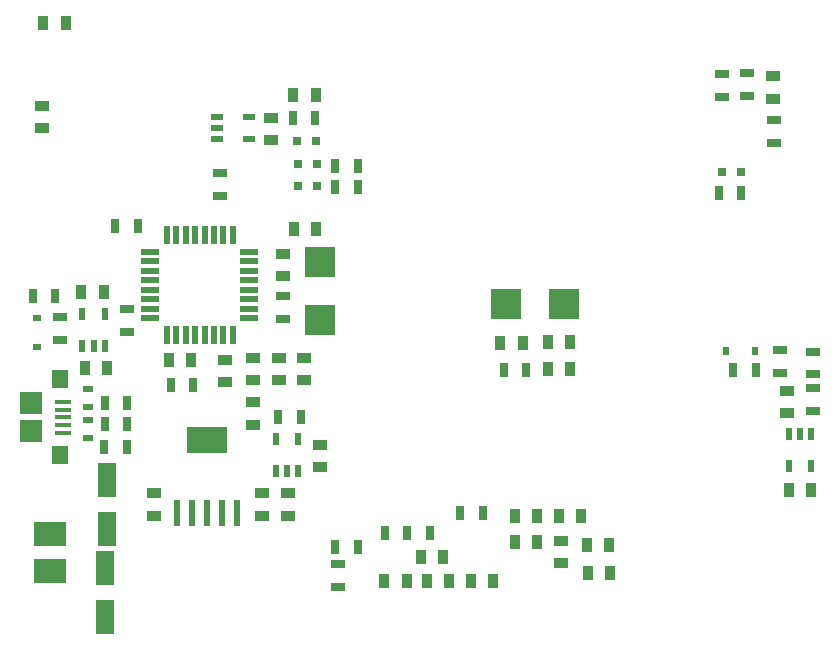
<source format=gtp>
G04*
G04 #@! TF.GenerationSoftware,Altium Limited,Altium Designer,20.0.13 (296)*
G04*
G04 Layer_Color=8421504*
%FSLAX44Y44*%
%MOMM*%
G71*
G01*
G75*
%ADD13R,1.6000X3.0000*%
%ADD14R,1.1000X0.6000*%
%ADD15R,0.6000X1.1000*%
%ADD16R,2.6000X2.5000*%
%ADD17R,2.5000X2.6000*%
%ADD18R,1.3500X0.4000*%
%ADD19R,1.4000X1.6000*%
%ADD20R,1.9000X1.9000*%
%ADD21R,2.7000X2.0000*%
%ADD22R,0.5500X1.5000*%
%ADD23R,1.5000X0.5500*%
%ADD24R,0.5588X0.6858*%
%ADD25R,0.6858X0.5588*%
%ADD26R,0.8000X0.8000*%
%ADD27R,1.3000X0.7000*%
%ADD28R,0.7000X1.3000*%
%ADD29R,0.9000X0.6000*%
%ADD30R,1.3000X0.9000*%
%ADD31R,0.9000X1.3000*%
%ADD32R,3.5000X2.2000*%
%ADD33R,0.6000X2.2000*%
D13*
X74000Y60000D02*
D03*
Y19000D02*
D03*
X75000Y134500D02*
D03*
Y93500D02*
D03*
D14*
X168500Y442500D02*
D03*
Y433000D02*
D03*
Y423500D02*
D03*
X195500Y442500D02*
D03*
Y423500D02*
D03*
D15*
X671500Y173500D02*
D03*
X662000D02*
D03*
X652500D02*
D03*
X671500Y146500D02*
D03*
X652500D02*
D03*
X218500Y142500D02*
D03*
X228000D02*
D03*
X237500D02*
D03*
X218500Y169500D02*
D03*
X237500D02*
D03*
X54500Y248500D02*
D03*
X64000D02*
D03*
X73500D02*
D03*
X54500Y275500D02*
D03*
X73500D02*
D03*
D16*
X256000Y319500D02*
D03*
Y270500D02*
D03*
D17*
X413500Y284000D02*
D03*
X462500D02*
D03*
D18*
X38000Y201000D02*
D03*
Y194500D02*
D03*
Y188000D02*
D03*
Y181500D02*
D03*
Y175000D02*
D03*
D19*
X35750Y220000D02*
D03*
Y156000D02*
D03*
D20*
X11250Y200000D02*
D03*
Y176000D02*
D03*
D21*
X27000Y89000D02*
D03*
Y58000D02*
D03*
D22*
X182000Y258000D02*
D03*
X174000D02*
D03*
X166000D02*
D03*
X158000D02*
D03*
X150000D02*
D03*
X142000D02*
D03*
X134000D02*
D03*
X126000D02*
D03*
Y342000D02*
D03*
X134000D02*
D03*
X142000D02*
D03*
X150000D02*
D03*
X158000D02*
D03*
X166000D02*
D03*
X174000D02*
D03*
X182000D02*
D03*
D23*
X112000Y272000D02*
D03*
Y280000D02*
D03*
Y288000D02*
D03*
Y296000D02*
D03*
Y304000D02*
D03*
Y312000D02*
D03*
Y320000D02*
D03*
Y328000D02*
D03*
X196000D02*
D03*
Y320000D02*
D03*
Y312000D02*
D03*
Y304000D02*
D03*
Y296000D02*
D03*
Y288000D02*
D03*
Y280000D02*
D03*
Y272000D02*
D03*
D24*
X599808Y244000D02*
D03*
X624192D02*
D03*
D25*
X16000Y272192D02*
D03*
Y247808D02*
D03*
D26*
X237000Y402000D02*
D03*
X253000D02*
D03*
X237000Y384000D02*
D03*
X253000D02*
D03*
X236000Y422000D02*
D03*
X252000D02*
D03*
X596000Y396000D02*
D03*
X612000D02*
D03*
D27*
X171000Y394500D02*
D03*
Y375500D02*
D03*
X92000Y260500D02*
D03*
Y279500D02*
D03*
X224000Y290500D02*
D03*
Y271500D02*
D03*
X617000Y479000D02*
D03*
Y460000D02*
D03*
X596000Y459500D02*
D03*
Y478500D02*
D03*
X640000Y439500D02*
D03*
Y420500D02*
D03*
X673000Y193500D02*
D03*
Y212500D02*
D03*
Y224500D02*
D03*
Y243500D02*
D03*
X271000Y63500D02*
D03*
Y44500D02*
D03*
X645000Y225500D02*
D03*
Y244500D02*
D03*
X36000Y272500D02*
D03*
Y253500D02*
D03*
D28*
X268500Y401000D02*
D03*
X287500D02*
D03*
Y383000D02*
D03*
X268500D02*
D03*
X129500Y215000D02*
D03*
X148500D02*
D03*
X101500Y350000D02*
D03*
X82500D02*
D03*
X73000Y163000D02*
D03*
X92000D02*
D03*
X73500Y200000D02*
D03*
X92500D02*
D03*
Y182000D02*
D03*
X73500D02*
D03*
X348500Y90000D02*
D03*
X329500D02*
D03*
X310500D02*
D03*
X329500D02*
D03*
X393500Y107000D02*
D03*
X374500D02*
D03*
X605500Y228000D02*
D03*
X624500D02*
D03*
X411500D02*
D03*
X430500D02*
D03*
X232500Y441000D02*
D03*
X251500D02*
D03*
X612500Y378000D02*
D03*
X593500D02*
D03*
X12500Y291000D02*
D03*
X31500D02*
D03*
X268500Y78000D02*
D03*
X287500D02*
D03*
X239500Y188000D02*
D03*
X220500D02*
D03*
D29*
X59000Y185500D02*
D03*
Y170500D02*
D03*
Y196500D02*
D03*
Y211500D02*
D03*
D30*
X221000Y219500D02*
D03*
Y238500D02*
D03*
X199000Y219500D02*
D03*
Y238500D02*
D03*
X224000Y307500D02*
D03*
Y326500D02*
D03*
X175000Y217500D02*
D03*
Y236500D02*
D03*
X20000Y451500D02*
D03*
Y432500D02*
D03*
X242000Y219500D02*
D03*
Y238500D02*
D03*
X639000Y476500D02*
D03*
Y457500D02*
D03*
X207000Y104500D02*
D03*
Y123500D02*
D03*
X115000Y104500D02*
D03*
Y123500D02*
D03*
X214000Y422500D02*
D03*
Y441500D02*
D03*
X256000Y145500D02*
D03*
Y164500D02*
D03*
X651000Y191500D02*
D03*
Y210500D02*
D03*
X229000Y104500D02*
D03*
Y123500D02*
D03*
X199000Y181500D02*
D03*
Y200500D02*
D03*
X460000Y64500D02*
D03*
Y83500D02*
D03*
D31*
X146500Y236000D02*
D03*
X127500D02*
D03*
X233500Y347000D02*
D03*
X252500D02*
D03*
X40500Y522000D02*
D03*
X21500D02*
D03*
X252000Y461000D02*
D03*
X233000D02*
D03*
X448500Y229000D02*
D03*
X467500D02*
D03*
X481500Y80000D02*
D03*
X500500D02*
D03*
X402500Y49000D02*
D03*
X383500D02*
D03*
X329000D02*
D03*
X310000D02*
D03*
X365000D02*
D03*
X346000D02*
D03*
X360000Y70000D02*
D03*
X341000D02*
D03*
X439500Y82000D02*
D03*
X420500D02*
D03*
X439500Y104000D02*
D03*
X420500D02*
D03*
X477000D02*
D03*
X458000D02*
D03*
X467500Y252000D02*
D03*
X448500D02*
D03*
X408500Y251000D02*
D03*
X427500D02*
D03*
X671500Y126000D02*
D03*
X652500D02*
D03*
X72500Y294000D02*
D03*
X53500D02*
D03*
X75500Y230000D02*
D03*
X56500D02*
D03*
X482500Y56000D02*
D03*
X501500D02*
D03*
D32*
X160000Y169000D02*
D03*
D33*
X185400Y107000D02*
D03*
X172700D02*
D03*
X160000D02*
D03*
X147300D02*
D03*
X134600D02*
D03*
M02*

</source>
